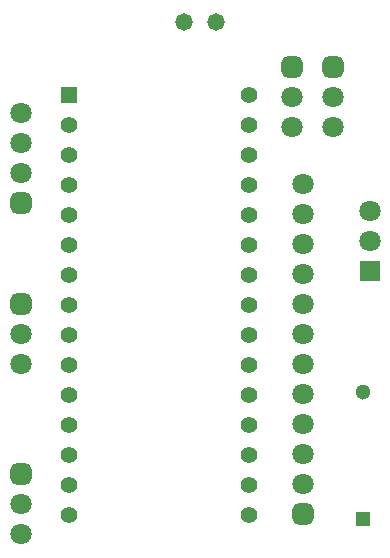
<source format=gts>
G04*
G04 #@! TF.GenerationSoftware,Altium Limited,Altium Designer,24.3.1 (35)*
G04*
G04 Layer_Color=8388736*
%FSLAX44Y44*%
%MOMM*%
G71*
G04*
G04 #@! TF.SameCoordinates,CBE22366-BCBC-4AD3-9382-8576DD61E297*
G04*
G04*
G04 #@! TF.FilePolarity,Negative*
G04*
G01*
G75*
%ADD14C,1.4140*%
%ADD15R,1.4140X1.4140*%
%ADD16C,1.8032*%
G04:AMPARAMS|DCode=17|XSize=1.8032mm|YSize=1.8032mm|CornerRadius=0.5016mm|HoleSize=0mm|Usage=FLASHONLY|Rotation=90.000|XOffset=0mm|YOffset=0mm|HoleType=Round|Shape=RoundedRectangle|*
%AMROUNDEDRECTD17*
21,1,1.8032,0.8000,0,0,90.0*
21,1,0.8000,1.8032,0,0,90.0*
1,1,1.0032,0.4000,0.4000*
1,1,1.0032,0.4000,-0.4000*
1,1,1.0032,-0.4000,-0.4000*
1,1,1.0032,-0.4000,0.4000*
%
%ADD17ROUNDEDRECTD17*%
%ADD18C,1.3000*%
%ADD19R,1.3000X1.3000*%
%ADD20R,1.8032X1.8032*%
%ADD21C,1.4732*%
D14*
X491490Y1192530D02*
D03*
Y1167130D02*
D03*
Y1141730D02*
D03*
Y1116330D02*
D03*
Y1090930D02*
D03*
Y1065530D02*
D03*
Y1040130D02*
D03*
Y1014730D02*
D03*
Y989330D02*
D03*
Y963930D02*
D03*
Y938530D02*
D03*
Y913130D02*
D03*
Y887730D02*
D03*
Y862330D02*
D03*
Y836930D02*
D03*
X339090D02*
D03*
Y862330D02*
D03*
Y887730D02*
D03*
Y913130D02*
D03*
Y938530D02*
D03*
Y963930D02*
D03*
Y989330D02*
D03*
Y1014730D02*
D03*
Y1040130D02*
D03*
Y1065530D02*
D03*
Y1090930D02*
D03*
Y1116330D02*
D03*
Y1141730D02*
D03*
Y1167130D02*
D03*
D15*
Y1192530D02*
D03*
D16*
X537413Y1117600D02*
D03*
Y1092200D02*
D03*
Y1066800D02*
D03*
Y1016000D02*
D03*
Y990600D02*
D03*
Y939800D02*
D03*
Y889000D02*
D03*
Y863600D02*
D03*
Y914400D02*
D03*
Y965200D02*
D03*
Y1041400D02*
D03*
X298450Y846501D02*
D03*
Y821101D02*
D03*
Y990642D02*
D03*
Y965242D02*
D03*
Y1126809D02*
D03*
Y1152209D02*
D03*
Y1177609D02*
D03*
X594360Y1069340D02*
D03*
Y1094740D02*
D03*
X562748Y1190780D02*
D03*
Y1165380D02*
D03*
X527817Y1190780D02*
D03*
Y1165380D02*
D03*
D17*
X537413Y838200D02*
D03*
X298450Y871901D02*
D03*
Y1016042D02*
D03*
Y1101409D02*
D03*
X562748Y1216180D02*
D03*
X527817D02*
D03*
D18*
X588010Y941530D02*
D03*
D19*
Y833930D02*
D03*
D20*
X594360Y1043940D02*
D03*
D21*
X436880Y1254760D02*
D03*
X463550D02*
D03*
M02*

</source>
